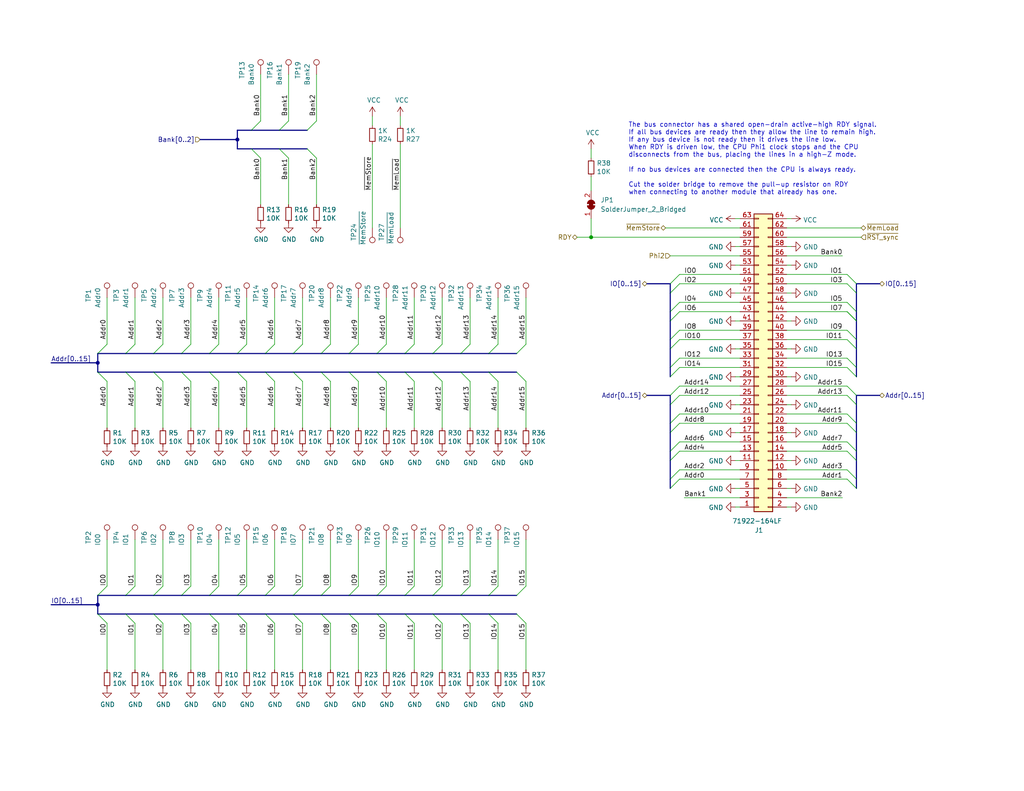
<source format=kicad_sch>
(kicad_sch (version 20250114) (generator "eeschema") (generator_version "9.0")
  (paper "USLetter")
  (title_block (title "System Bus Connector") (date "2023-11-07") (rev "D") (comment 4 "Peripheral devices on separate boards connect to the system bus here."))
  (text "The bus connector has a shared open-drain active-high RDY signal.\nIf all bus devices are ready then they allow the line to remain high.\nIf any bus device is not ready then it drives the line low.\nWhen RDY is driven low, the CPU Phi1 clock stops and the CPU\ndisconnects from the bus, placing the lines in a high-Z mode.\n\nIf no bus devices are connected then the CPU is always ready.\n\nCut the solder bridge to remove the pull-up resistor on RDY\nwhen connecting to another module that already has one." (at 171.45 53.34 0) (effects (font (size 1.27 1.27)) (justify left bottom)))
  (junction (at 161.29 64.77))
  (junction (at 26.67 165.1))
  (junction (at 64.77 38.1))
  (junction (at 26.67 99.06))
  (bus_entry (at 86.36 43.18) (size -2.54 -2.54))
  (bus_entry (at 128.27 160.02) (size -2.54 2.54))
  (bus_entry (at 59.69 160.02) (size -2.54 2.54))
  (bus_entry (at 135.89 170.18) (size -2.54 -2.54))
  (bus_entry (at 185.42 97.79) (size -2.54 2.54))
  (bus_entry (at 231.14 74.93) (size 2.54 2.54))
  (bus_entry (at 71.12 43.18) (size -2.54 -2.54))
  (bus_entry (at 233.68 125.73) (size -2.54 -2.54))
  (bus_entry (at 185.42 105.41) (size -2.54 2.54))
  (bus_entry (at 78.74 33.02) (size -2.54 2.54))
  (bus_entry (at 90.17 93.98) (size -2.54 2.54))
  (bus_entry (at 233.68 115.57) (size -2.54 -2.54))
  (bus_entry (at 185.42 77.47) (size -2.54 2.54))
  (bus_entry (at 185.42 128.27) (size -2.54 2.54))
  (bus_entry (at 82.55 104.14) (size -2.54 -2.54))
  (bus_entry (at 82.55 93.98) (size -2.54 2.54))
  (bus_entry (at 135.89 93.98) (size -2.54 2.54))
  (bus_entry (at 105.41 160.02) (size -2.54 2.54))
  (bus_entry (at 52.07 170.18) (size -2.54 -2.54))
  (bus_entry (at 36.83 104.14) (size -2.54 -2.54))
  (bus_entry (at 90.17 160.02) (size -2.54 2.54))
  (bus_entry (at 29.21 104.14) (size -2.54 -2.54))
  (bus_entry (at 233.68 118.11) (size -2.54 -2.54))
  (bus_entry (at 97.79 104.14) (size -2.54 -2.54))
  (bus_entry (at 78.74 43.18) (size -2.54 -2.54))
  (bus_entry (at 113.03 160.02) (size -2.54 2.54))
  (bus_entry (at 135.89 104.14) (size -2.54 -2.54))
  (bus_entry (at 97.79 170.18) (size -2.54 -2.54))
  (bus_entry (at 231.14 85.09) (size 2.54 2.54))
  (bus_entry (at 52.07 104.14) (size -2.54 -2.54))
  (bus_entry (at 67.31 160.02) (size -2.54 2.54))
  (bus_entry (at 44.45 104.14) (size -2.54 -2.54))
  (bus_entry (at 44.45 93.98) (size -2.54 2.54))
  (bus_entry (at 67.31 93.98) (size -2.54 2.54))
  (bus_entry (at 97.79 93.98) (size -2.54 2.54))
  (bus_entry (at 29.21 93.98) (size -2.54 2.54))
  (bus_entry (at 113.03 170.18) (size -2.54 -2.54))
  (bus_entry (at 44.45 160.02) (size -2.54 2.54))
  (bus_entry (at 185.42 82.55) (size -2.54 2.54))
  (bus_entry (at 128.27 104.14) (size -2.54 -2.54))
  (bus_entry (at 29.21 160.02) (size -2.54 2.54))
  (bus_entry (at 71.12 33.02) (size -2.54 2.54))
  (bus_entry (at 233.68 130.81) (size -2.54 -2.54))
  (bus_entry (at 231.14 85.09) (size 2.54 2.54))
  (bus_entry (at 233.68 110.49) (size -2.54 -2.54))
  (bus_entry (at 36.83 160.02) (size -2.54 2.54))
  (bus_entry (at 231.14 97.79) (size 2.54 2.54))
  (bus_entry (at 185.42 130.81) (size -2.54 2.54))
  (bus_entry (at 74.93 93.98) (size -2.54 2.54))
  (bus_entry (at 185.42 107.95) (size -2.54 2.54))
  (bus_entry (at 143.51 160.02) (size -2.54 2.54))
  (bus_entry (at 59.69 104.14) (size -2.54 -2.54))
  (bus_entry (at 185.42 100.33) (size -2.54 2.54))
  (bus_entry (at 231.14 82.55) (size 2.54 2.54))
  (bus_entry (at 52.07 93.98) (size -2.54 2.54))
  (bus_entry (at 143.51 93.98) (size -2.54 2.54))
  (bus_entry (at 120.65 160.02) (size -2.54 2.54))
  (bus_entry (at 231.14 90.17) (size 2.54 2.54))
  (bus_entry (at 185.42 113.03) (size -2.54 2.54))
  (bus_entry (at 185.42 92.71) (size -2.54 2.54))
  (bus_entry (at 59.69 93.98) (size -2.54 2.54))
  (bus_entry (at 97.79 160.02) (size -2.54 2.54))
  (bus_entry (at 143.51 170.18) (size -2.54 -2.54))
  (bus_entry (at 185.42 120.65) (size -2.54 2.54))
  (bus_entry (at 74.93 104.14) (size -2.54 -2.54))
  (bus_entry (at 90.17 170.18) (size -2.54 -2.54))
  (bus_entry (at 86.36 33.02) (size -2.54 2.54))
  (bus_entry (at 105.41 104.14) (size -2.54 -2.54))
  (bus_entry (at 233.68 133.35) (size -2.54 -2.54))
  (bus_entry (at 82.55 170.18) (size -2.54 -2.54))
  (bus_entry (at 82.55 160.02) (size -2.54 2.54))
  (bus_entry (at 67.31 104.14) (size -2.54 -2.54))
  (bus_entry (at 128.27 170.18) (size -2.54 -2.54))
  (bus_entry (at 59.69 170.18) (size -2.54 -2.54))
  (bus_entry (at 120.65 104.14) (size -2.54 -2.54))
  (bus_entry (at 231.14 100.33) (size 2.54 2.54))
  (bus_entry (at 44.45 170.18) (size -2.54 -2.54))
  (bus_entry (at 233.68 107.95) (size -2.54 -2.54))
  (bus_entry (at 105.41 170.18) (size -2.54 -2.54))
  (bus_entry (at 185.42 90.17) (size -2.54 2.54))
  (bus_entry (at 231.14 77.47) (size 2.54 2.54))
  (bus_entry (at 185.42 123.19) (size -2.54 2.54))
  (bus_entry (at 185.42 115.57) (size -2.54 2.54))
  (bus_entry (at 231.14 92.71) (size 2.54 2.54))
  (bus_entry (at 135.89 160.02) (size -2.54 2.54))
  (bus_entry (at 233.68 123.19) (size -2.54 -2.54))
  (bus_entry (at 52.07 160.02) (size -2.54 2.54))
  (bus_entry (at 67.31 170.18) (size -2.54 -2.54))
  (bus_entry (at 74.93 160.02) (size -2.54 2.54))
  (bus_entry (at 113.03 104.14) (size -2.54 -2.54))
  (bus_entry (at 128.27 93.98) (size -2.54 2.54))
  (bus_entry (at 36.83 170.18) (size -2.54 -2.54))
  (bus_entry (at 90.17 104.14) (size -2.54 -2.54))
  (bus_entry (at 29.21 170.18) (size -2.54 -2.54))
  (bus_entry (at 185.42 85.09) (size -2.54 2.54))
  (bus_entry (at 120.65 93.98) (size -2.54 2.54))
  (bus_entry (at 105.41 93.98) (size -2.54 2.54))
  (bus_entry (at 36.83 93.98) (size -2.54 2.54))
  (bus_entry (at 113.03 93.98) (size -2.54 2.54))
  (bus_entry (at 185.42 74.93) (size -2.54 2.54))
  (bus_entry (at 143.51 104.14) (size -2.54 -2.54))
  (bus_entry (at 120.65 170.18) (size -2.54 -2.54))
  (bus_entry (at 74.93 170.18) (size -2.54 -2.54))
  (bus (pts (xy 102.87 167.64) (xy 110.49 167.64)))
  (bus (pts (xy 57.15 162.56) (xy 64.77 162.56)))
  (bus (pts (xy 110.49 101.6) (xy 118.11 101.6)))
  (wire (pts (xy 185.42 113.03) (xy 201.93 113.03)))
  (bus (pts (xy 233.68 125.73) (xy 233.68 130.81)))
  (wire (pts (xy 215.9 95.25) (xy 214.63 95.25)))
  (bus (pts (xy 182.88 80.01) (xy 182.88 85.09)))
  (wire (pts (xy 214.63 100.33) (xy 231.14 100.33)))
  (wire (pts (xy 113.03 93.98) (xy 113.03 81.28)))
  (wire (pts (xy 214.63 97.79) (xy 231.14 97.79)))
  (bus (pts (xy 182.88 92.71) (xy 182.88 95.25)))
  (wire (pts (xy 231.14 120.65) (xy 214.63 120.65)))
  (bus (pts (xy 54.61 38.1) (xy 64.77 38.1)))
  (wire (pts (xy 59.69 104.14) (xy 59.69 116.84)))
  (bus (pts (xy 26.67 167.64) (xy 34.29 167.64)))
  (wire (pts (xy 186.69 135.89) (xy 201.93 135.89)))
  (bus (pts (xy 87.63 167.64) (xy 95.25 167.64)))
  (bus (pts (xy 133.35 96.52) (xy 140.97 96.52)))
  (bus (pts (xy 68.58 35.56) (xy 64.77 35.56)))
  (wire (pts (xy 97.79 160.02) (xy 97.79 147.32)))
  (bus (pts (xy 182.88 115.57) (xy 182.88 118.11)))
  (bus (pts (xy 233.68 107.95) (xy 233.68 110.49)))
  (bus (pts (xy 64.77 96.52) (xy 72.39 96.52)))
  (wire (pts (xy 71.12 43.18) (xy 71.12 55.88)))
  (bus (pts (xy 26.67 101.6) (xy 26.67 99.06)))
  (wire (pts (xy 135.89 160.02) (xy 135.89 147.32)))
  (bus (pts (xy 118.11 101.6) (xy 125.73 101.6)))
  (wire (pts (xy 101.6 62.23) (xy 101.6 39.37)))
  (wire (pts (xy 185.42 77.47) (xy 201.93 77.47)))
  (wire (pts (xy 161.29 48.26) (xy 161.29 52.07)))
  (wire (pts (xy 113.03 104.14) (xy 113.03 116.84)))
  (bus (pts (xy 233.68 130.81) (xy 233.68 133.35)))
  (bus (pts (xy 64.77 35.56) (xy 64.77 38.1)))
  (wire (pts (xy 90.17 160.02) (xy 90.17 147.32)))
  (wire (pts (xy 200.66 59.69) (xy 201.93 59.69)))
  (bus (pts (xy 233.68 118.11) (xy 233.68 123.19)))
  (wire (pts (xy 97.79 170.18) (xy 97.79 182.88)))
  (bus (pts (xy 80.01 96.52) (xy 87.63 96.52)))
  (wire (pts (xy 82.55 160.02) (xy 82.55 147.32)))
  (wire (pts (xy 161.29 40.64) (xy 161.29 43.18)))
  (bus (pts (xy 80.01 167.64) (xy 87.63 167.64)))
  (bus (pts (xy 182.88 130.81) (xy 182.88 133.35)))
  (wire (pts (xy 215.9 118.11) (xy 214.63 118.11)))
  (wire (pts (xy 90.17 93.98) (xy 90.17 81.28)))
  (wire (pts (xy 105.41 160.02) (xy 105.41 147.32)))
  (bus (pts (xy 64.77 38.1) (xy 64.77 40.64)))
  (bus (pts (xy 41.91 101.6) (xy 49.53 101.6)))
  (bus (pts (xy 41.91 96.52) (xy 49.53 96.52)))
  (bus (pts (xy 49.53 167.64) (xy 57.15 167.64)))
  (wire (pts (xy 185.42 115.57) (xy 201.93 115.57)))
  (bus (pts (xy 49.53 162.56) (xy 57.15 162.56)))
  (bus (pts (xy 240.03 107.95) (xy 233.68 107.95)))
  (wire (pts (xy 185.42 92.71) (xy 201.93 92.71)))
  (wire (pts (xy 128.27 160.02) (xy 128.27 147.32)))
  (wire (pts (xy 90.17 104.14) (xy 90.17 116.84)))
  (wire (pts (xy 200.66 125.73) (xy 201.93 125.73)))
  (bus (pts (xy 76.2 40.64) (xy 83.82 40.64)))
  (wire (pts (xy 200.66 110.49) (xy 201.93 110.49)))
  (wire (pts (xy 185.42 97.79) (xy 201.93 97.79)))
  (wire (pts (xy 185.42 82.55) (xy 201.93 82.55)))
  (bus (pts (xy 26.67 99.06) (xy 26.67 96.52)))
  (wire (pts (xy 185.42 74.93) (xy 201.93 74.93)))
  (bus (pts (xy 240.03 77.47) (xy 233.68 77.47)))
  (bus (pts (xy 182.88 87.63) (xy 182.88 92.71)))
  (wire (pts (xy 120.65 93.98) (xy 120.65 81.28)))
  (wire (pts (xy 29.21 160.02) (xy 29.21 147.32)))
  (bus (pts (xy 80.01 162.56) (xy 87.63 162.56)))
  (bus (pts (xy 233.68 92.71) (xy 233.68 95.25)))
  (wire (pts (xy 74.93 170.18) (xy 74.93 182.88)))
  (wire (pts (xy 29.21 170.18) (xy 29.21 182.88)))
  (bus (pts (xy 182.88 85.09) (xy 182.88 87.63)))
  (bus (pts (xy 182.88 125.73) (xy 182.88 130.81)))
  (bus (pts (xy 102.87 162.56) (xy 110.49 162.56)))
  (wire (pts (xy 97.79 104.14) (xy 97.79 116.84)))
  (wire (pts (xy 52.07 170.18) (xy 52.07 182.88)))
  (bus (pts (xy 176.53 107.95) (xy 182.88 107.95)))
  (bus (pts (xy 95.25 96.52) (xy 102.87 96.52)))
  (bus (pts (xy 57.15 96.52) (xy 64.77 96.52)))
  (bus (pts (xy 125.73 167.64) (xy 133.35 167.64)))
  (wire (pts (xy 44.45 160.02) (xy 44.45 147.32)))
  (wire (pts (xy 182.88 69.85) (xy 201.93 69.85)))
  (wire (pts (xy 128.27 104.14) (xy 128.27 116.84)))
  (wire (pts (xy 231.14 130.81) (xy 214.63 130.81)))
  (wire (pts (xy 201.93 120.65) (xy 185.42 120.65)))
  (wire (pts (xy 200.66 138.43) (xy 201.93 138.43)))
  (wire (pts (xy 200.66 118.11) (xy 201.93 118.11)))
  (wire (pts (xy 44.45 170.18) (xy 44.45 182.88)))
  (wire (pts (xy 200.66 80.01) (xy 201.93 80.01)))
  (bus (pts (xy 64.77 162.56) (xy 72.39 162.56)))
  (bus (pts (xy 233.68 95.25) (xy 233.68 100.33)))
  (wire (pts (xy 67.31 160.02) (xy 67.31 147.32)))
  (wire (pts (xy 214.63 113.03) (xy 231.14 113.03)))
  (wire (pts (xy 52.07 160.02) (xy 52.07 147.32)))
  (wire (pts (xy 82.55 170.18) (xy 82.55 182.88)))
  (bus (pts (xy 118.11 167.64) (xy 125.73 167.64)))
  (wire (pts (xy 157.48 64.77) (xy 161.29 64.77)))
  (bus (pts (xy 182.88 95.25) (xy 182.88 100.33)))
  (wire (pts (xy 143.51 160.02) (xy 143.51 147.32)))
  (bus (pts (xy 13.97 165.1) (xy 26.67 165.1)))
  (wire (pts (xy 215.9 102.87) (xy 214.63 102.87)))
  (bus (pts (xy 233.68 115.57) (xy 233.68 118.11)))
  (bus (pts (xy 57.15 167.64) (xy 64.77 167.64)))
  (wire (pts (xy 215.9 80.01) (xy 214.63 80.01)))
  (wire (pts (xy 214.63 123.19) (xy 231.14 123.19)))
  (wire (pts (xy 200.66 95.25) (xy 201.93 95.25)))
  (bus (pts (xy 26.67 96.52) (xy 34.29 96.52)))
  (bus (pts (xy 34.29 162.56) (xy 41.91 162.56)))
  (bus (pts (xy 233.68 110.49) (xy 233.68 115.57)))
  (bus (pts (xy 176.53 77.47) (xy 182.88 77.47)))
  (bus (pts (xy 125.73 96.52) (xy 133.35 96.52)))
  (wire (pts (xy 231.14 105.41) (xy 214.63 105.41)))
  (wire (pts (xy 113.03 170.18) (xy 113.03 182.88)))
  (wire (pts (xy 36.83 160.02) (xy 36.83 147.32)))
  (wire (pts (xy 185.42 105.41) (xy 201.93 105.41)))
  (wire (pts (xy 214.63 85.09) (xy 231.14 85.09)))
  (wire (pts (xy 200.66 133.35) (xy 201.93 133.35)))
  (bus (pts (xy 26.67 101.6) (xy 34.29 101.6)))
  (wire (pts (xy 231.14 128.27) (xy 214.63 128.27)))
  (bus (pts (xy 95.25 167.64) (xy 102.87 167.64)))
  (wire (pts (xy 214.63 90.17) (xy 231.14 90.17)))
  (wire (pts (xy 120.65 170.18) (xy 120.65 182.88)))
  (bus (pts (xy 182.88 107.95) (xy 182.88 110.49)))
  (bus (pts (xy 76.2 35.56) (xy 68.58 35.56)))
  (wire (pts (xy 231.14 107.95) (xy 214.63 107.95)))
  (wire (pts (xy 59.69 170.18) (xy 59.69 182.88)))
  (wire (pts (xy 185.42 90.17) (xy 201.93 90.17)))
  (wire (pts (xy 67.31 170.18) (xy 67.31 182.88)))
  (bus (pts (xy 72.39 96.52) (xy 80.01 96.52)))
  (bus (pts (xy 110.49 162.56) (xy 118.11 162.56)))
  (bus (pts (xy 110.49 167.64) (xy 118.11 167.64)))
  (wire (pts (xy 78.74 43.18) (xy 78.74 55.88)))
  (wire (pts (xy 214.63 59.69) (xy 215.9 59.69)))
  (bus (pts (xy 87.63 96.52) (xy 95.25 96.52)))
  (wire (pts (xy 231.14 74.93) (xy 214.63 74.93)))
  (wire (pts (xy 105.41 104.14) (xy 105.41 116.84)))
  (wire (pts (xy 82.55 104.14) (xy 82.55 116.84)))
  (wire (pts (xy 74.93 104.14) (xy 74.93 116.84)))
  (wire (pts (xy 200.66 67.31) (xy 201.93 67.31)))
  (wire (pts (xy 185.42 128.27) (xy 201.93 128.27)))
  (bus (pts (xy 49.53 96.52) (xy 57.15 96.52)))
  (bus (pts (xy 13.97 99.06) (xy 26.67 99.06)))
  (wire (pts (xy 181.61 62.23) (xy 201.93 62.23)))
  (bus (pts (xy 83.82 35.56) (xy 76.2 35.56)))
  (wire (pts (xy 215.9 67.31) (xy 214.63 67.31)))
  (bus (pts (xy 233.68 100.33) (xy 233.68 102.87)))
  (wire (pts (xy 36.83 170.18) (xy 36.83 182.88)))
  (wire (pts (xy 214.63 92.71) (xy 231.14 92.71)))
  (bus (pts (xy 34.29 167.64) (xy 41.91 167.64)))
  (wire (pts (xy 135.89 104.14) (xy 135.89 116.84)))
  (wire (pts (xy 143.51 104.14) (xy 143.51 116.84)))
  (bus (pts (xy 72.39 162.56) (xy 80.01 162.56)))
  (wire (pts (xy 200.66 87.63) (xy 201.93 87.63)))
  (wire (pts (xy 215.9 87.63) (xy 214.63 87.63)))
  (wire (pts (xy 59.69 160.02) (xy 59.69 147.32)))
  (bus (pts (xy 26.67 167.64) (xy 26.67 165.1)))
  (bus (pts (xy 118.11 96.52) (xy 125.73 96.52)))
  (wire (pts (xy 201.93 130.81) (xy 185.42 130.81)))
  (bus (pts (xy 233.68 77.47) (xy 233.68 80.01)))
  (wire (pts (xy 82.55 93.98) (xy 82.55 81.28)))
  (bus (pts (xy 118.11 162.56) (xy 125.73 162.56)))
  (bus (pts (xy 182.88 100.33) (xy 182.88 102.87)))
  (wire (pts (xy 71.12 33.02) (xy 71.12 20.32)))
  (wire (pts (xy 101.6 31.75) (xy 101.6 34.29)))
  (bus (pts (xy 133.35 167.64) (xy 140.97 167.64)))
  (wire (pts (xy 36.83 104.14) (xy 36.83 116.84)))
  (bus (pts (xy 34.29 101.6) (xy 41.91 101.6)))
  (wire (pts (xy 97.79 93.98) (xy 97.79 81.28)))
  (wire (pts (xy 143.51 93.98) (xy 143.51 81.28)))
  (bus (pts (xy 72.39 101.6) (xy 80.01 101.6)))
  (wire (pts (xy 128.27 170.18) (xy 128.27 182.88)))
  (wire (pts (xy 128.27 93.98) (xy 128.27 81.28)))
  (bus (pts (xy 34.29 96.52) (xy 41.91 96.52)))
  (wire (pts (xy 109.22 31.75) (xy 109.22 34.29)))
  (wire (pts (xy 214.63 64.77) (xy 234.95 64.77)))
  (bus (pts (xy 102.87 96.52) (xy 110.49 96.52)))
  (wire (pts (xy 113.03 160.02) (xy 113.03 147.32)))
  (bus (pts (xy 64.77 101.6) (xy 72.39 101.6)))
  (bus (pts (xy 182.88 110.49) (xy 182.88 115.57)))
  (bus (pts (xy 87.63 101.6) (xy 95.25 101.6)))
  (bus (pts (xy 133.35 162.56) (xy 140.97 162.56)))
  (wire (pts (xy 67.31 104.14) (xy 67.31 116.84)))
  (wire (pts (xy 120.65 160.02) (xy 120.65 147.32)))
  (wire (pts (xy 234.95 62.23) (xy 214.63 62.23)))
  (bus (pts (xy 125.73 101.6) (xy 133.35 101.6)))
  (wire (pts (xy 44.45 93.98) (xy 44.45 81.28)))
  (wire (pts (xy 215.9 125.73) (xy 214.63 125.73)))
  (bus (pts (xy 110.49 96.52) (xy 118.11 96.52)))
  (wire (pts (xy 200.66 102.87) (xy 201.93 102.87)))
  (wire (pts (xy 185.42 123.19) (xy 201.93 123.19)))
  (bus (pts (xy 41.91 167.64) (xy 49.53 167.64)))
  (wire (pts (xy 201.93 107.95) (xy 185.42 107.95)))
  (bus (pts (xy 233.68 87.63) (xy 233.68 92.71)))
  (bus (pts (xy 49.53 101.6) (xy 57.15 101.6)))
  (bus (pts (xy 72.39 167.64) (xy 80.01 167.64)))
  (bus (pts (xy 57.15 101.6) (xy 64.77 101.6)))
  (wire (pts (xy 74.93 93.98) (xy 74.93 81.28)))
  (bus (pts (xy 233.68 85.09) (xy 233.68 87.63)))
  (bus (pts (xy 233.68 80.01) (xy 233.68 85.09)))
  (bus (pts (xy 26.67 165.1) (xy 26.67 162.56)))
  (wire (pts (xy 86.36 43.18) (xy 86.36 55.88)))
  (wire (pts (xy 231.14 115.57) (xy 214.63 115.57)))
  (bus (pts (xy 102.87 101.6) (xy 110.49 101.6)))
  (bus (pts (xy 64.77 167.64) (xy 72.39 167.64)))
  (wire (pts (xy 135.89 170.18) (xy 135.89 182.88)))
  (bus (pts (xy 133.35 101.6) (xy 140.97 101.6)))
  (bus (pts (xy 80.01 101.6) (xy 87.63 101.6)))
  (wire (pts (xy 143.51 170.18) (xy 143.51 182.88)))
  (bus (pts (xy 95.25 101.6) (xy 102.87 101.6)))
  (wire (pts (xy 36.83 93.98) (xy 36.83 81.28)))
  (wire (pts (xy 215.9 72.39) (xy 214.63 72.39)))
  (wire (pts (xy 185.42 100.33) (xy 201.93 100.33)))
  (wire (pts (xy 214.63 82.55) (xy 231.14 82.55)))
  (wire (pts (xy 215.9 138.43) (xy 214.63 138.43)))
  (wire (pts (xy 44.45 104.14) (xy 44.45 116.84)))
  (bus (pts (xy 41.91 162.56) (xy 49.53 162.56)))
  (wire (pts (xy 109.22 62.23) (xy 109.22 39.37)))
  (wire (pts (xy 231.14 77.47) (xy 214.63 77.47)))
  (wire (pts (xy 105.41 93.98) (xy 105.41 81.28)))
  (wire (pts (xy 120.65 104.14) (xy 120.65 116.84)))
  (wire (pts (xy 135.89 93.98) (xy 135.89 81.28)))
  (wire (pts (xy 67.31 93.98) (xy 67.31 81.28)))
  (bus (pts (xy 26.67 162.56) (xy 34.29 162.56)))
  (wire (pts (xy 29.21 93.98) (xy 29.21 81.28)))
  (wire (pts (xy 52.07 93.98) (xy 52.07 81.28)))
  (wire (pts (xy 105.41 170.18) (xy 105.41 182.88)))
  (bus (pts (xy 182.88 118.11) (xy 182.88 123.19)))
  (wire (pts (xy 86.36 33.02) (xy 86.36 20.32)))
  (wire (pts (xy 185.42 85.09) (xy 201.93 85.09)))
  (wire (pts (xy 161.29 64.77) (xy 201.93 64.77)))
  (wire (pts (xy 90.17 170.18) (xy 90.17 182.88)))
  (bus (pts (xy 95.25 162.56) (xy 102.87 162.56)))
  (bus (pts (xy 87.63 162.56) (xy 95.25 162.56)))
  (bus (pts (xy 68.58 40.64) (xy 76.2 40.64)))
  (wire (pts (xy 161.29 59.69) (xy 161.29 64.77)))
  (bus (pts (xy 125.73 162.56) (xy 133.35 162.56)))
  (wire (pts (xy 52.07 104.14) (xy 52.07 116.84)))
  (wire (pts (xy 215.9 133.35) (xy 214.63 133.35)))
  (wire (pts (xy 29.21 104.14) (xy 29.21 116.84)))
  (wire (pts (xy 215.9 110.49) (xy 214.63 110.49)))
  (wire (pts (xy 78.74 33.02) (xy 78.74 20.32)))
  (wire (pts (xy 229.87 135.89) (xy 214.63 135.89)))
  (wire (pts (xy 59.69 93.98) (xy 59.69 81.28)))
  (bus (pts (xy 182.88 77.47) (xy 182.88 80.01)))
  (bus (pts (xy 182.88 123.19) (xy 182.88 125.73)))
  (bus (pts (xy 233.68 123.19) (xy 233.68 125.73)))
  (wire (pts (xy 200.66 72.39) (xy 201.93 72.39)))
  (wire (pts (xy 74.93 160.02) (xy 74.93 147.32)))
  (bus (pts (xy 64.77 40.64) (xy 68.58 40.64)))
  (wire (pts (xy 229.87 69.85) (xy 214.63 69.85)))
  (label "Addr8" (at 90.17 92.71 90))
  (label "Addr0" (at 29.21 105.41 270))
  (label "Bank0" (at 229.87 69.85 180))
  (label "IO5" (at 67.31 170.18 270))
  (label "Addr10" (at 105.41 105.41 270))
  (label "Addr13" (at 128.27 92.71 90))
  (label "IO11" (at 113.03 160.02 90))
  (label "Bank1" (at 186.69 135.89 0))
  (label "IO0" (at 29.21 170.18 270))
  (label "Addr13" (at 229.87 107.95 180))
  (label "Addr15" (at 143.51 92.71 90))
  (label "IO9" (at 97.79 170.18 270))
  (label "Addr15" (at 143.51 105.41 270))
  (label "Bank0" (at 71.12 43.18 270))
  (label "Bank2" (at 86.36 31.75 90))
  (label "Addr2" (at 44.45 105.41 270))
  (label "Addr5" (at 67.31 105.41 270))
  (label "IO1" (at 36.83 160.02 90))
  (label "Addr13" (at 128.27 105.41 270))
  (label "Addr7" (at 82.55 92.71 90))
  (label "Addr3" (at 52.07 92.71 90))
  (label "Addr10" (at 105.41 92.71 90))
  (label "Addr11" (at 113.03 105.41 270))
  (label "Addr6" (at 74.93 92.71 90))
  (label "IO8" (at 90.17 170.18 270))
  (label "Addr4" (at 186.69 123.19 0))
  (label "IO10" (at 186.69 92.71 0))
  (label "IO6" (at 186.69 85.09 0))
  (label "IO15" (at 143.51 170.18 270))
  (label "IO6" (at 74.93 170.18 270))
  (label "Addr4" (at 59.69 105.41 270))
  (label "Bank2" (at 229.87 135.89 180))
  (label "IO7" (at 82.55 160.02 90))
  (label "Addr14" (at 135.89 105.41 270))
  (label "Addr8" (at 186.69 115.57 0))
  (label "Addr7" (at 229.87 120.65 180))
  (label "IO7" (at 229.87 85.09 180))
  (label "Addr3" (at 52.07 105.41 270))
  (label "Addr7" (at 82.55 105.41 270))
  (label "Addr1" (at 229.87 130.81 180))
  (label "Addr6" (at 74.93 105.41 270))
  (label "IO7" (at 82.55 170.18 270))
  (label "Addr5" (at 229.87 123.19 180))
  (label "IO1" (at 36.83 170.18 270))
  (label "IO0" (at 186.69 74.93 0))
  (label "IO0" (at 29.21 160.02 90))
  (label "Addr15" (at 229.87 105.41 180))
  (label "~{MemStore}" (at 101.6 52.07 90))
  (label "Addr14" (at 186.69 105.41 0))
  (label "Addr9" (at 229.87 115.57 180))
  (label "IO13" (at 128.27 170.18 270))
  (label "IO11" (at 113.03 170.18 270))
  (label "IO5" (at 229.87 82.55 180))
  (label "Addr9" (at 97.79 105.41 270))
  (label "Addr5" (at 67.31 92.71 90))
  (label "IO6" (at 74.93 160.02 90))
  (label "IO9" (at 97.79 160.02 90))
  (label "IO4" (at 59.69 160.02 90))
  (label "IO15" (at 229.87 100.33 180))
  (label "Addr12" (at 186.69 107.95 0))
  (label "IO12" (at 120.65 160.02 90))
  (label "Addr0" (at 186.69 130.81 0))
  (label "IO2" (at 186.69 77.47 0))
  (label "IO9" (at 229.87 90.17 180))
  (label "IO14" (at 135.89 160.02 90))
  (label "IO11" (at 229.87 92.71 180))
  (label "Bank1" (at 78.74 43.18 270))
  (label "Addr2" (at 44.45 92.71 90))
  (label "IO2" (at 44.45 160.02 90))
  (label "IO10" (at 105.41 170.18 270))
  (label "Addr8" (at 90.17 105.41 270))
  (label "Addr6" (at 186.69 120.65 0))
  (label "IO3" (at 52.07 160.02 90))
  (label "Addr12" (at 120.65 92.71 90))
  (label "IO13" (at 229.87 97.79 180))
  (label "Addr4" (at 59.69 92.71 90))
  (label "Addr11" (at 113.03 92.71 90))
  (label "IO10" (at 105.41 160.02 90))
  (label "IO4" (at 186.69 82.55 0))
  (label "IO3" (at 229.87 77.47 180))
  (label "IO8" (at 186.69 90.17 0))
  (label "Addr14" (at 135.89 92.71 90))
  (label "~{MemLoad}" (at 109.22 52.07 90))
  (label "IO14" (at 186.69 100.33 0))
  (label "Bank2" (at 86.36 43.18 270))
  (label "Addr12" (at 120.65 105.41 270))
  (label "Addr[0..15]" (at 13.97 99.06 0))
  (label "IO15" (at 143.51 160.02 90))
  (label "Addr0" (at 29.21 92.71 90))
  (label "IO4" (at 59.69 170.18 270))
  (label "Addr10" (at 186.69 113.03 0))
  (label "IO2" (at 44.45 170.18 270))
  (label "IO8" (at 90.17 160.02 90))
  (label "Bank0" (at 71.12 31.75 90))
  (label "IO14" (at 135.89 170.18 270))
  (label "Addr3" (at 229.87 128.27 180))
  (label "IO12" (at 120.65 170.18 270))
  (label "IO5" (at 67.31 160.02 90))
  (label "IO[0..15]" (at 13.97 165.1 0))
  (label "Addr1" (at 36.83 92.71 90))
  (label "IO3" (at 52.07 170.18 270))
  (label "IO12" (at 186.69 97.79 0))
  (label "Bank1" (at 78.74 31.75 90))
  (label "Addr2" (at 186.69 128.27 0))
  (label "Addr1" (at 36.83 105.41 270))
  (label "Addr11" (at 229.87 113.03 180))
  (label "Addr9" (at 97.79 92.71 90))
  (label "IO1" (at 229.87 74.93 180))
  (label "IO13" (at 128.27 160.02 90))
  (hierarchical_label "~{MemStore}" (shape tri_state) (at 181.61 62.23 180))
  (hierarchical_label "Bank[0..2]" (shape input) (at 54.61 38.1 180))
  (hierarchical_label "~{RST_sync}" (shape input) (at 234.95 64.77 0))
  (hierarchical_label "RDY" (shape bidirectional) (at 157.48 64.77 180))
  (hierarchical_label "IO[0..15]" (shape tri_state) (at 240.03 77.47 0))
  (hierarchical_label "Addr[0..15]" (shape tri_state) (at 176.53 107.95 180))
  (hierarchical_label "~{MemLoad}" (shape tri_state) (at 234.95 62.23 0))
  (hierarchical_label "IO[0..15]" (shape tri_state) (at 176.53 77.47 180))
  (hierarchical_label "Addr[0..15]" (shape tri_state) (at 240.03 107.95 0))
  (hierarchical_label "Phi2" (shape input) (at 182.88 69.85 180))
  (symbol (lib_id "Connector_Generic:Conn_02x32_Odd_Even") (at 207.01 100.33 0) (mirror x) (unit 1)
    (property "Reference" "J1" (at 208.28 144.78 0) (effects (justify right)))
    (property "Value" "71922-164LF" (at 213.36 142.24 0) (effects (justify right)))
    (property "Footprint" "Connector_IDC:IDC-Header_2x32_P2.54mm_Horizontal" (effects (hide yes)))
    (property "Mouser" "https://www.mouser.com/ProductDetail/Amphenol-FCI/71922-164LF?qs=sGAEpiMZZMtXHE36kCvv3%2FocQ30y1qC0" (effects (hide yes)))
  )
  (symbol (lib_id "power:GND") (at 215.9 133.35 90) (mirror x) (unit 1)
    (property "Reference" "#PWR067" (effects (hide yes)))
    (property "Value" "GND" (at 219.1512 133.477 90) (effects (justify right)))
  )
  (symbol (lib_id "power:GND") (at 200.66 67.31 270) (unit 1)
    (property "Reference" "#PWR046" (effects (hide yes)))
    (property "Value" "GND" (at 197.4088 67.437 90) (effects (justify right)))
  )
  (symbol (lib_id "power:VCC") (at 161.29 40.64 0) (unit 1)
    (property "Reference" "#PWR044" (effects (hide yes)))
    (property "Value" "VCC" (at 161.7218 36.2458 0))
  )
  (symbol (lib_id "Device:R_Small") (at 161.29 45.72 0) (unit 1)
    (property "Reference" "R38" (at 162.7886 44.5516 0) (effects (justify left)))
    (property "Value" "10K" (at 162.7886 46.863 0) (effects (justify left)))
    (property "Footprint" "Resistor_SMD:R_0603_1608Metric_Pad0.98x0.95mm_HandSolder" (effects (hide yes)))
    (property "Mouser" "https://www.mouser.com/ProductDetail/652-CR0603FX-1002ELF" (effects (hide yes)))
  )
  (symbol (lib_id "power:GND") (at 215.9 80.01 90) (mirror x) (unit 1)
    (property "Reference" "#PWR060" (effects (hide yes)))
    (property "Value" "GND" (at 219.1512 80.137 90) (effects (justify right)))
  )
  (symbol (lib_id "power:GND") (at 200.66 80.01 270) (unit 1)
    (property "Reference" "#PWR048" (effects (hide yes)))
    (property "Value" "GND" (at 197.4088 80.137 90) (effects (justify right)))
  )
  (symbol (lib_id "power:VCC") (at 215.9 59.69 270) (unit 1)
    (property "Reference" "#PWR057" (effects (hide yes)))
    (property "Value" "VCC" (at 219.1512 60.071 90) (effects (justify left)))
  )
  (symbol (lib_id "power:VCC") (at 200.66 59.69 90) (mirror x) (unit 1)
    (property "Reference" "#PWR045" (effects (hide yes)))
    (property "Value" "VCC" (at 197.4342 60.071 90) (effects (justify left)))
  )
  (symbol (lib_id "power:GND") (at 71.12 60.96 0) (unit 1)
    (property "Reference" "#PWR019" (effects (hide yes)))
    (property "Value" "GND" (at 71.247 65.3542 0))
  )
  (symbol (lib_id "power:GND") (at 78.74 60.96 0) (unit 1)
    (property "Reference" "#PWR022" (effects (hide yes)))
    (property "Value" "GND" (at 78.867 65.3542 0))
  )
  (symbol (lib_id "power:GND") (at 86.36 60.96 0) (unit 1)
    (property "Reference" "#PWR025" (effects (hide yes)))
    (property "Value" "GND" (at 86.487 65.3542 0))
  )
  (symbol (lib_id "Device:R_Small") (at 71.12 58.42 0) (unit 1)
    (property "Reference" "R13" (at 72.6186 57.2516 0) (effects (justify left)))
    (property "Value" "10K" (at 72.6186 59.563 0) (effects (justify left)))
    (property "Footprint" "Resistor_SMD:R_0603_1608Metric_Pad0.98x0.95mm_HandSolder" (effects (hide yes)))
    (property "Mouser" "https://www.mouser.com/ProductDetail/652-CR0603FX-1002ELF" (effects (hide yes)))
  )
  (symbol (lib_id "Device:R_Small") (at 78.74 58.42 0) (unit 1)
    (property "Reference" "R16" (at 80.2386 57.2516 0) (effects (justify left)))
    (property "Value" "10K" (at 80.2386 59.563 0) (effects (justify left)))
    (property "Footprint" "Resistor_SMD:R_0603_1608Metric_Pad0.98x0.95mm_HandSolder" (effects (hide yes)))
    (property "Mouser" "https://www.mouser.com/ProductDetail/652-CR0603FX-1002ELF" (effects (hide yes)))
  )
  (symbol (lib_id "Device:R_Small") (at 86.36 58.42 0) (unit 1)
    (property "Reference" "R19" (at 87.8586 57.2516 0) (effects (justify left)))
    (property "Value" "10K" (at 87.8586 59.563 0) (effects (justify left)))
    (property "Footprint" "Resistor_SMD:R_0603_1608Metric_Pad0.98x0.95mm_HandSolder" (effects (hide yes)))
    (property "Mouser" "https://www.mouser.com/ProductDetail/652-CR0603FX-1002ELF" (effects (hide yes)))
  )
  (symbol (lib_id "power:GND") (at 200.66 118.11 270) (unit 1)
    (property "Reference" "#PWR053" (effects (hide yes)))
    (property "Value" "GND" (at 197.4088 118.237 90) (effects (justify right)))
  )
  (symbol (lib_id "power:GND") (at 200.66 133.35 270) (unit 1)
    (property "Reference" "#PWR055" (effects (hide yes)))
    (property "Value" "GND" (at 197.4088 133.477 90) (effects (justify right)))
  )
  (symbol (lib_id "power:GND") (at 200.66 110.49 270) (unit 1)
    (property "Reference" "#PWR052" (effects (hide yes)))
    (property "Value" "GND" (at 197.4088 110.617 90) (effects (justify right)))
  )
  (symbol (lib_id "power:GND") (at 215.9 87.63 90) (mirror x) (unit 1)
    (property "Reference" "#PWR061" (effects (hide yes)))
    (property "Value" "GND" (at 219.1512 87.757 90) (effects (justify right)))
  )
  (symbol (lib_id "power:GND") (at 200.66 87.63 270) (unit 1)
    (property "Reference" "#PWR049" (effects (hide yes)))
    (property "Value" "GND" (at 197.4088 87.757 90) (effects (justify right)))
  )
  (symbol (lib_id "power:GND") (at 200.66 125.73 270) (unit 1)
    (property "Reference" "#PWR054" (effects (hide yes)))
    (property "Value" "GND" (at 197.4088 125.857 90) (effects (justify right)))
  )
  (symbol (lib_id "power:GND") (at 215.9 67.31 90) (mirror x) (unit 1)
    (property "Reference" "#PWR058" (effects (hide yes)))
    (property "Value" "GND" (at 219.1512 67.437 90) (effects (justify right)))
  )
  (symbol (lib_id "power:GND") (at 215.9 110.49 90) (mirror x) (unit 1)
    (property "Reference" "#PWR064" (effects (hide yes)))
    (property "Value" "GND" (at 219.1512 110.617 90) (effects (justify right)))
  )
  (symbol (lib_id "power:GND") (at 215.9 118.11 90) (mirror x) (unit 1)
    (property "Reference" "#PWR065" (effects (hide yes)))
    (property "Value" "GND" (at 219.1512 118.237 90) (effects (justify right)))
  )
  (symbol (lib_id "power:GND") (at 215.9 125.73 90) (mirror x) (unit 1)
    (property "Reference" "#PWR066" (effects (hide yes)))
    (property "Value" "GND" (at 219.1512 125.857 90) (effects (justify right)))
  )
  (symbol (lib_id "power:GND") (at 200.66 72.39 270) (unit 1)
    (property "Reference" "#PWR047" (effects (hide yes)))
    (property "Value" "GND" (at 197.4088 72.517 90) (effects (justify right)))
  )
  (symbol (lib_id "power:GND") (at 215.9 72.39 90) (mirror x) (unit 1)
    (property "Reference" "#PWR059" (effects (hide yes)))
    (property "Value" "GND" (at 219.1512 72.517 90) (effects (justify right)))
  )
  (symbol (lib_id "power:GND") (at 200.66 95.25 270) (unit 1)
    (property "Reference" "#PWR050" (effects (hide yes)))
    (property "Value" "GND" (at 197.4088 95.377 90) (effects (justify right)))
  )
  (symbol (lib_id "power:GND") (at 200.66 102.87 270) (unit 1)
    (property "Reference" "#PWR051" (effects (hide yes)))
    (property "Value" "GND" (at 197.4088 102.997 90) (effects (justify right)))
  )
  (symbol (lib_id "power:GND") (at 215.9 95.25 90) (mirror x) (unit 1)
    (property "Reference" "#PWR062" (effects (hide yes)))
    (property "Value" "GND" (at 219.1512 95.377 90) (effects (justify right)))
  )
  (symbol (lib_id "power:GND") (at 215.9 102.87 90) (mirror x) (unit 1)
    (property "Reference" "#PWR063" (effects (hide yes)))
    (property "Value" "GND" (at 219.1512 102.997 90) (effects (justify right)))
  )
  (symbol (lib_id "power:GND") (at 215.9 138.43 90) (mirror x) (unit 1)
    (property "Reference" "#PWR068" (effects (hide yes)))
    (property "Value" "GND" (at 219.1512 138.557 90) (effects (justify right)))
  )
  (symbol (lib_id "power:GND") (at 200.66 138.43 270) (unit 1)
    (property "Reference" "#PWR056" (effects (hide yes)))
    (property "Value" "GND" (at 197.4088 138.557 90) (effects (justify right)))
  )
  (symbol (lib_id "power:GND") (at 36.83 187.96 0) (unit 1)
    (property "Reference" "#PWR010" (effects (hide yes)))
    (property "Value" "GND" (at 36.957 192.3542 0))
  )
  (symbol (lib_id "Device:R_Small") (at 44.45 119.38 0) (unit 1)
    (property "Reference" "R5" (at 45.9486 118.2116 0) (effects (justify left)))
    (property "Value" "10K" (at 45.9486 120.523 0) (effects (justify left)))
    (property "Footprint" "Resistor_SMD:R_0603_1608Metric_Pad0.98x0.95mm_HandSolder" (effects (hide yes)))
    (property "Mouser" "https://www.mouser.com/ProductDetail/652-CR0603FX-1002ELF" (effects (hide yes)))
  )
  (symbol (lib_id "Connector:TestPoint") (at 135.89 81.28 0) (unit 1)
    (property "Reference" "TP34" (at 130.81 82.55 90) (effects (justify left)))
    (property "Value" "Addr14" (at 133.35 81.28 90))
    (property "Footprint" "TestPoint:TestPoint_Pad_D1.0mm" (effects (hide yes)))
  )
  (symbol (lib_id "Device:R_Small") (at 113.03 185.42 0) (unit 1)
    (property "Reference" "R29" (at 114.5286 184.2516 0) (effects (justify left)))
    (property "Value" "10K" (at 114.5286 186.563 0) (effects (justify left)))
    (property "Footprint" "Resistor_SMD:R_0603_1608Metric_Pad0.98x0.95mm_HandSolder" (effects (hide yes)))
    (property "Mouser" "https://www.mouser.com/ProductDetail/652-CR0603FX-1002ELF" (effects (hide yes)))
  )
  (symbol (lib_id "power:GND") (at 97.79 187.96 0) (unit 1)
    (property "Reference" "#PWR029" (effects (hide yes)))
    (property "Value" "GND" (at 97.917 192.3542 0))
  )
  (symbol (lib_id "Connector:TestPoint") (at 74.93 147.32 0) (unit 1)
    (property "Reference" "TP15" (at 69.85 148.59 90) (effects (justify left)))
    (property "Value" "IO6" (at 72.39 147.32 90))
    (property "Footprint" "TestPoint:TestPoint_Pad_D1.0mm" (effects (hide yes)))
  )
  (symbol (lib_id "Connector:TestPoint") (at 52.07 147.32 0) (unit 1)
    (property "Reference" "TP8" (at 46.99 148.59 90) (effects (justify left)))
    (property "Value" "IO3" (at 49.53 147.32 90))
    (property "Footprint" "TestPoint:TestPoint_Pad_D1.0mm" (effects (hide yes)))
  )
  (symbol (lib_id "power:GND") (at 120.65 187.96 0) (unit 1)
    (property "Reference" "#PWR037" (effects (hide yes)))
    (property "Value" "GND" (at 120.777 192.3542 0))
  )
  (symbol (lib_id "Device:R_Small") (at 59.69 185.42 0) (unit 1)
    (property "Reference" "R10" (at 61.1886 184.2516 0) (effects (justify left)))
    (property "Value" "10K" (at 61.1886 186.563 0) (effects (justify left)))
    (property "Footprint" "Resistor_SMD:R_0603_1608Metric_Pad0.98x0.95mm_HandSolder" (effects (hide yes)))
    (property "Mouser" "https://www.mouser.com/ProductDetail/652-CR0603FX-1002ELF" (effects (hide yes)))
  )
  (symbol (lib_id "Connector:TestPoint") (at 128.27 81.28 0) (unit 1)
    (property "Reference" "TP32" (at 123.19 82.55 90) (effects (justify left)))
    (property "Value" "Addr13" (at 125.73 81.28 90))
    (property "Footprint" "TestPoint:TestPoint_Pad_D1.0mm" (effects (hide yes)))
  )
  (symbol (lib_id "Connector:TestPoint") (at 113.03 147.32 0) (unit 1)
    (property "Reference" "TP29" (at 107.95 148.59 90) (effects (justify left)))
    (property "Value" "IO11" (at 110.49 147.32 90))
    (property "Footprint" "TestPoint:TestPoint_Pad_D1.0mm" (effects (hide yes)))
  )
  (symbol (lib_id "Connector:TestPoint") (at 101.6 62.23 0) (mirror x) (unit 1)
    (property "Reference" "TP24" (at 96.52 60.96 90) (effects (justify left)))
    (property "Value" "~{MemStore}" (at 99.06 62.23 90))
    (property "Footprint" "TestPoint:TestPoint_Pad_D1.0mm" (effects (hide yes)))
  )
  (symbol (lib_id "power:GND") (at 105.41 121.92 0) (unit 1)
    (property "Reference" "#PWR031" (effects (hide yes)))
    (property "Value" "GND" (at 105.537 126.3142 0))
  )
  (symbol (lib_id "power:GND") (at 82.55 187.96 0) (unit 1)
    (property "Reference" "#PWR024" (effects (hide yes)))
    (property "Value" "GND" (at 82.677 192.3542 0))
  )
  (symbol (lib_id "power:GND") (at 29.21 187.96 0) (unit 1)
    (property "Reference" "#PWR08" (effects (hide yes)))
    (property "Value" "GND" (at 29.337 192.3542 0))
  )
  (symbol (lib_id "power:VCC") (at 109.22 31.75 0) (unit 1)
    (property "Reference" "#PWR030" (effects (hide yes)))
    (property "Value" "VCC" (at 109.6518 27.3558 0))
  )
  (symbol (lib_id "Connector:TestPoint") (at 97.79 81.28 0) (unit 1)
    (property "Reference" "TP22" (at 92.71 82.55 90) (effects (justify left)))
    (property "Value" "Addr9" (at 95.25 81.28 90))
    (property "Footprint" "TestPoint:TestPoint_Pad_D1.0mm" (effects (hide yes)))
  )
  (symbol (lib_id "power:GND") (at 67.31 121.92 0) (unit 1)
    (property "Reference" "#PWR017" (effects (hide yes)))
    (property "Value" "GND" (at 67.437 126.3142 0))
  )
  (symbol (lib_id "Connector:TestPoint") (at 78.74 20.32 0) (unit 1)
    (property "Reference" "TP16" (at 73.66 21.59 90) (effects (justify left)))
    (property "Value" "Bank1" (at 76.2 20.32 90))
    (property "Footprint" "TestPoint:TestPoint_Pad_D1.0mm" (effects (hide yes)))
  )
  (symbol (lib_id "Connector:TestPoint") (at 120.65 147.32 0) (unit 1)
    (property "Reference" "TP31" (at 115.57 148.59 90) (effects (justify left)))
    (property "Value" "IO12" (at 118.11 147.32 90))
    (property "Footprint" "TestPoint:TestPoint_Pad_D1.0mm" (effects (hide yes)))
  )
  (symbol (lib_id "Connector:TestPoint") (at 59.69 81.28 0) (unit 1)
    (property "Reference" "TP9" (at 54.61 82.55 90) (effects (justify left)))
    (property "Value" "Addr4" (at 57.15 81.28 90))
    (property "Footprint" "TestPoint:TestPoint_Pad_D1.0mm" (effects (hide yes)))
  )
  (symbol (lib_id "power:GND") (at 44.45 121.92 0) (unit 1)
    (property "Reference" "#PWR011" (effects (hide yes)))
    (property "Value" "GND" (at 44.577 126.3142 0))
  )
  (symbol (lib_id "Device:R_Small") (at 105.41 119.38 0) (unit 1)
    (property "Reference" "R25" (at 106.9086 118.2116 0) (effects (justify left)))
    (property "Value" "10K" (at 106.9086 120.523 0) (effects (justify left)))
    (property "Footprint" "Resistor_SMD:R_0603_1608Metric_Pad0.98x0.95mm_HandSolder" (effects (hide yes)))
    (property "Mouser" "https://www.mouser.com/ProductDetail/652-CR0603FX-1002ELF" (effects (hide yes)))
  )
  (symbol (lib_id "power:GND") (at 113.03 121.92 0) (unit 1)
    (property "Reference" "#PWR034" (effects (hide yes)))
    (property "Value" "GND" (at 113.157 126.3142 0))
  )
  (symbol (lib_id "Connector:TestPoint") (at 90.17 81.28 0) (unit 1)
    (property "Reference" "TP20" (at 85.09 82.55 90) (effects (justify left)))
    (property "Value" "Addr8" (at 87.63 81.28 90))
    (property "Footprint" "TestPoint:TestPoint_Pad_D1.0mm" (effects (hide yes)))
  )
  (symbol (lib_id "Jumper:SolderJumper_2_Bridged") (at 161.29 55.88 90) (unit 1)
    (property "Reference" "JP1" (at 163.83 54.6099 90) (effects (justify right)))
    (property "Value" "SolderJumper_2_Bridged" (at 163.83 57.1499 90) (effects (justify right)))
    (property "Footprint" "Jumper:SolderJumper-2_P1.3mm_Bridged_RoundedPad1.0x1.5mm" (effects (hide yes)))
  )
  (symbol (lib_id "Device:R_Small") (at 44.45 185.42 0) (unit 1)
    (property "Reference" "R6" (at 45.9486 184.2516 0) (effects (justify left)))
    (property "Value" "10K" (at 45.9486 186.563 0) (effects (justify left)))
    (property "Footprint" "Resistor_SMD:R_0603_1608Metric_Pad0.98x0.95mm_HandSolder" (effects (hide yes)))
    (property "Mouser" "https://www.mouser.com/ProductDetail/652-CR0603FX-1002ELF" (effects (hide yes)))
  )
  (symbol (lib_id "Device:R_Small") (at 128.27 185.42 0) (unit 1)
    (property "Reference" "R33" (at 129.7686 184.2516 0) (effects (justify left)))
    (property "Value" "10K" (at 129.7686 186.563 0) (effects (justify left)))
    (property "Footprint" "Resistor_SMD:R_0603_1608Metric_Pad0.98x0.95mm_HandSolder" (effects (hide yes)))
    (property "Mouser" "https://www.mouser.com/ProductDetail/652-CR0603FX-1002ELF" (effects (hide yes)))
  )
  (symbol (lib_id "power:GND") (at 128.27 121.92 0) (unit 1)
    (property "Reference" "#PWR038" (effects (hide yes)))
    (property "Value" "GND" (at 128.397 126.3142 0))
  )
  (symbol (lib_id "power:GND") (at 67.31 187.96 0) (unit 1)
    (property "Reference" "#PWR018" (effects (hide yes)))
    (property "Value" "GND" (at 67.437 192.3542 0))
  )
  (symbol (lib_id "Device:R_Small") (at 59.69 119.38 0) (unit 1)
    (property "Reference" "R9" (at 61.1886 118.2116 0) (effects (justify left)))
    (property "Value" "10K" (at 61.1886 120.523 0) (effects (justify left)))
    (property "Footprint" "Resistor_SMD:R_0603_1608Metric_Pad0.98x0.95mm_HandSolder" (effects (hide yes)))
    (property "Mouser" "https://www.mouser.com/ProductDetail/652-CR0603FX-1002ELF" (effects (hide yes)))
  )
  (symbol (lib_id "Connector:TestPoint") (at 52.07 81.28 0) (unit 1)
    (property "Reference" "TP7" (at 46.99 82.55 90) (effects (justify left)))
    (property "Value" "Addr3" (at 49.53 81.28 90))
    (property "Footprint" "TestPoint:TestPoint_Pad_D1.0mm" (effects (hide yes)))
  )
  (symbol (lib_id "Connector:TestPoint") (at 86.36 20.32 0) (unit 1)
    (property "Reference" "TP19" (at 81.28 21.59 90) (effects (justify left)))
    (property "Value" "Bank2" (at 83.82 20.32 90))
    (property "Footprint" "TestPoint:TestPoint_Pad_D1.0mm" (effects (hide yes)))
  )
  (symbol (lib_id "Device:R_Small") (at 90.17 119.38 0) (unit 1)
    (property "Reference" "R20" (at 91.6686 118.2116 0) (effects (justify left)))
    (property "Value" "10K" (at 91.6686 120.523 0) (effects (justify left)))
    (property "Footprint" "Resistor_SMD:R_0603_1608Metric_Pad0.98x0.95mm_HandSolder" (effects (hide yes)))
    (property "Mouser" "https://www.mouser.com/ProductDetail/652-CR0603FX-1002ELF" (effects (hide yes)))
  )
  (symbol (lib_id "power:GND") (at 143.51 121.92 0) (unit 1)
    (property "Reference" "#PWR042" (effects (hide yes)))
    (property "Value" "GND" (at 143.637 126.3142 0))
  )
  (symbol (lib_id "Device:R_Small") (at 97.79 185.42 0) (unit 1)
    (property "Reference" "R23" (at 99.2886 184.2516 0) (effects (justify left)))
    (property "Value" "10K" (at 99.2886 186.563 0) (effects (justify left)))
    (property "Footprint" "Resistor_SMD:R_0603_1608Metric_Pad0.98x0.95mm_HandSolder" (effects (hide yes)))
    (property "Mouser" "https://www.mouser.com/ProductDetail/652-CR0603FX-1002ELF" (effects (hide yes)))
  )
  (symbol (lib_id "Connector:TestPoint") (at 36.83 147.32 0) (unit 1)
    (property "Reference" "TP4" (at 31.75 148.59 90) (effects (justify left)))
    (property "Value" "IO1" (at 34.29 147.32 90))
    (property "Footprint" "TestPoint:TestPoint_Pad_D1.0mm" (effects (hide yes)))
  )
  (symbol (lib_id "Connector:TestPoint") (at 44.45 147.32 0) (unit 1)
    (property "Reference" "TP6" (at 39.37 148.59 90) (effects (justify left)))
    (property "Value" "IO2" (at 41.91 147.32 90))
    (property "Footprint" "TestPoint:TestPoint_Pad_D1.0mm" (effects (hide yes)))
  )
  (symbol (lib_id "power:GND") (at 120.65 121.92 0) (unit 1)
    (property "Reference" "#PWR036" (effects (hide yes)))
    (property "Value" "GND" (at 120.777 126.3142 0))
  )
  (symbol (lib_id "Connector:TestPoint") (at 128.27 147.32 0) (unit 1)
    (property "Reference" "TP33" (at 123.19 148.59 90) (effects (justify left)))
    (property "Value" "IO13" (at 125.73 147.32 90))
    (property "Footprint" "TestPoint:TestPoint_Pad_D1.0mm" (effects (hide yes)))
  )
  (symbol (lib_id "Connector:TestPoint") (at 82.55 81.28 0) (unit 1)
    (property "Reference" "TP17" (at 77.47 82.55 90) (effects (justify left)))
    (property "Value" "Addr7" (at 80.01 81.28 90))
    (property "Footprint" "TestPoint:TestPoint_Pad_D1.0mm" (effects (hide yes)))
  )
  (symbol (lib_id "Connector:TestPoint") (at 109.22 62.23 0) (mirror x) (unit 1)
    (property "Reference" "TP27" (at 104.14 60.96 90) (effects (justify left)))
    (property "Value" "~{MemLoad}" (at 106.68 62.23 90))
    (property "Footprint" "TestPoint:TestPoint_Pad_D1.0mm" (effects (hide yes)))
  )
  (symbol (lib_id "Connector:TestPoint") (at 143.51 147.32 0) (unit 1)
    (property "Reference" "TP37" (at 138.43 148.59 90) (effects (justify left)))
    (property "Value" "IO15" (at 140.97 147.32 90))
    (property "Footprint" "TestPoint:TestPoint_Pad_D1.0mm" (effects (hide yes)))
  )
  (symbol (lib_id "Device:R_Small") (at 74.93 119.38 0) (unit 1)
    (property "Reference" "R14" (at 76.4286 118.2116 0) (effects (justify left)))
    (property "Value" "10K" (at 76.4286 120.523 0) (effects (justify left)))
    (property "Footprint" "Resistor_SMD:R_0603_1608Metric_Pad0.98x0.95mm_HandSolder" (effects (hide yes)))
    (property "Mouser" "https://www.mouser.com/ProductDetail/652-CR0603FX-1002ELF" (effects (hide yes)))
  )
  (symbol (lib_id "Device:R_Small") (at 113.03 119.38 0) (unit 1)
    (property "Reference" "R28" (at 114.5286 118.2116 0) (effects (justify left)))
    (property "Value" "10K" (at 114.5286 120.523 0) (effects (justify left)))
    (property "Footprint" "Resistor_SMD:R_0603_1608Metric_Pad0.98x0.95mm_HandSolder" (effects (hide yes)))
    (property "Mouser" "https://www.mouser.com/ProductDetail/652-CR0603FX-1002ELF" (effects (hide yes)))
  )
  (symbol (lib_id "power:GND") (at 113.03 187.96 0) (unit 1)
    (property "Reference" "#PWR035" (effects (hide yes)))
    (property "Value" "GND" (at 113.157 192.3542 0))
  )
  (symbol (lib_id "Connector:TestPoint") (at 113.03 81.28 0) (unit 1)
    (property "Reference" "TP28" (at 107.95 82.55 90) (effects (justify left)))
    (property "Value" "Addr11" (at 110.49 81.28 90))
    (property "Footprint" "TestPoint:TestPoint_Pad_D1.0mm" (effects (hide yes)))
  )
  (symbol (lib_id "Device:R_Small") (at 74.93 185.42 0) (unit 1)
    (property "Reference" "R15" (at 76.4286 184.2516 0) (effects (justify left)))
    (property "Value" "10K" (at 76.4286 186.563 0) (effects (justify left)))
    (property "Footprint" "Resistor_SMD:R_0603_1608Metric_Pad0.98x0.95mm_HandSolder" (effects (hide yes)))
    (property "Mouser" "https://www.mouser.com/ProductDetail/652-CR0603FX-1002ELF" (effects (hide yes)))
  )
  (symbol (lib_id "Device:R_Small") (at 135.89 185.42 0) (unit 1)
    (property "Reference" "R35" (at 137.3886 184.2516 0) (effects (justify left)))
    (property "Value" "10K" (at 137.3886 186.563 0) (effects (justify left)))
    (property "Footprint" "Resistor_SMD:R_0603_1608Metric_Pad0.98x0.95mm_HandSolder" (effects (hide yes)))
    (property "Mouser" "https://www.mouser.com/ProductDetail/652-CR0603FX-1002ELF" (effects (hide yes)))
  )
  (symbol (lib_id "Connector:TestPoint") (at 29.21 147.32 0) (unit 1)
    (property "Reference" "TP2" (at 24.13 148.59 90) (effects (justify left)))
    (property "Value" "IO0" (at 26.67 147.32 90))
    (property "Footprint" "TestPoint:TestPoint_Pad_D1.0mm" (effects (hide yes)))
  )
  (symbol (lib_id "Connector:TestPoint") (at 97.79 147.32 0) (unit 1)
    (property "Reference" "TP23" (at 92.71 148.59 90) (effects (justify left)))
    (property "Value" "IO9" (at 95.25 147.32 90))
    (property "Footprint" "TestPoint:TestPoint_Pad_D1.0mm" (effects (hide yes)))
  )
  (symbol (lib_id "Connector:TestPoint") (at 105.41 81.28 0) (unit 1)
    (property "Reference" "TP25" (at 100.33 82.55 90) (effects (justify left)))
    (property "Value" "Addr10" (at 102.87 81.28 90))
    (property "Footprint" "TestPoint:TestPoint_Pad_D1.0mm" (effects (hide yes)))
  )
  (symbol (lib_id "power:GND") (at 74.93 121.92 0) (unit 1)
    (property "Reference" "#PWR020" (effects (hide yes)))
    (property "Value" "GND" (at 75.057 126.3142 0))
  )
  (symbol (lib_id "power:GND") (at 82.55 121.92 0) (unit 1)
    (property "Reference" "#PWR023" (effects (hide yes)))
    (property "Value" "GND" (at 82.677 126.3142 0))
  )
  (symbol (lib_id "Device:R_Small") (at 82.55 119.38 0) (unit 1)
    (property "Reference" "R17" (at 84.0486 118.2116 0) (effects (justify left)))
    (property "Value" "10K" (at 84.0486 120.523 0) (effects (justify left)))
    (property "Footprint" "Resistor_SMD:R_0603_1608Metric_Pad0.98x0.95mm_HandSolder" (effects (hide yes)))
    (property "Mouser" "https://www.mouser.com/ProductDetail/652-CR0603FX-1002ELF" (effects (hide yes)))
  )
  (symbol (lib_id "Connector:TestPoint") (at 74.93 81.28 0) (unit 1)
    (property "Reference" "TP14" (at 69.85 82.55 90) (effects (justify left)))
    (property "Value" "Addr6" (at 72.39 81.28 90))
    (property "Footprint" "TestPoint:TestPoint_Pad_D1.0mm" (effects (hide yes)))
  )
  (symbol (lib_id "Device:R_Small") (at 29.21 185.42 0) (unit 1)
    (property "Reference" "R2" (at 30.7086 184.2516 0) (effects (justify left)))
    (property "Value" "10K" (at 30.7086 186.563 0) (effects (justify left)))
    (property "Footprint" "Resistor_SMD:R_0603_1608Metric_Pad0.98x0.95mm_HandSolder" (effects (hide yes)))
    (property "Mouser" "https://www.mouser.com/ProductDetail/652-CR0603FX-1002ELF" (effects (hide yes)))
  )
  (symbol (lib_id "power:VCC") (at 101.6 31.75 0) (unit 1)
    (property "Reference" "#PWR0162" (effects (hide yes)))
    (property "Value" "VCC" (at 102.0318 27.3558 0))
  )
  (symbol (lib_id "Device:R_Small") (at 52.07 185.42 0) (unit 1)
    (property "Reference" "R8" (at 53.5686 184.2516 0) (effects (justify left)))
    (property "Value" "10K" (at 53.5686 186.563 0) (effects (justify left)))
    (property "Footprint" "Resistor_SMD:R_0603_1608Metric_Pad0.98x0.95mm_HandSolder" (effects (hide yes)))
    (property "Mouser" "https://www.mouser.com/ProductDetail/652-CR0603FX-1002ELF" (effects (hide yes)))
  )
  (symbol (lib_id "Device:R_Small") (at 67.31 185.42 0) (unit 1)
    (property "Reference" "R12" (at 68.8086 184.2516 0) (effects (justify left)))
    (property "Value" "10K" (at 68.8086 186.563 0) (effects (justify left)))
    (property "Footprint" "Resistor_SMD:R_0603_1608Metric_Pad0.98x0.95mm_HandSolder" (effects (hide yes)))
    (property "Mouser" "https://www.mouser.com/ProductDetail/652-CR0603FX-1002ELF" (effects (hide yes)))
  )
  (symbol (lib_id "Device:R_Small") (at 52.07 119.38 0) (unit 1)
    (property "Reference" "R7" (at 53.5686 118.2116 0) (effects (justify left)))
    (property "Value" "10K" (at 53.5686 120.523 0) (effects (justify left)))
    (property "Footprint" "Resistor_SMD:R_0603_1608Metric_Pad0.98x0.95mm_HandSolder" (effects (hide yes)))
    (property "Mouser" "https://www.mouser.com/ProductDetail/652-CR0603FX-1002ELF" (effects (hide yes)))
  )
  (symbol (lib_id "Device:R_Small") (at 105.41 185.42 0) (unit 1)
    (property "Reference" "R26" (at 106.9086 184.2516 0) (effects (justify left)))
    (property "Value" "10K" (at 106.9086 186.563 0) (effects (justify left)))
    (property "Footprint" "Resistor_SMD:R_0603_1608Metric_Pad0.98x0.95mm_HandSolder" (effects (hide yes)))
    (property "Mouser" "https://www.mouser.com/ProductDetail/652-CR0603FX-1002ELF" (effects (hide yes)))
  )
  (symbol (lib_id "power:GND") (at 59.69 121.92 0) (unit 1)
    (property "Reference" "#PWR015" (effects (hide yes)))
    (property "Value" "GND" (at 59.817 126.3142 0))
  )
  (symbol (lib_id "Connector:TestPoint") (at 135.89 147.32 0) (unit 1)
    (property "Reference" "TP35" (at 130.81 148.59 90) (effects (justify left)))
    (property "Value" "IO14" (at 133.35 147.32 90))
    (property "Footprint" "TestPoint:TestPoint_Pad_D1.0mm" (effects (hide yes)))
  )
  (symbol (lib_id "Device:R_Small") (at 120.65 119.38 0) (unit 1)
    (property "Reference" "R30" (at 122.1486 118.2116 0) (effects (justify left)))
    (property "Value" "10K" (at 122.1486 120.523 0) (effects (justify left)))
    (property "Footprint" "Resistor_SMD:R_0603_1608Metric_Pad0.98x0.95mm_HandSolder" (effects (hide yes)))
    (property "Mouser" "https://www.mouser.com/ProductDetail/652-CR0603FX-1002ELF" (effects (hide yes)))
  )
  (symbol (lib_id "Connector:TestPoint") (at 82.55 147.32 0) (unit 1)
    (property "Reference" "TP18" (at 77.47 148.59 90) (effects (justify left)))
    (property "Value" "IO7" (at 80.01 147.32 90))
    (property "Footprint" "TestPoint:TestPoint_Pad_D1.0mm" (effects (hide yes)))
  )
  (symbol (lib_id "power:GND") (at 59.69 187.96 0) (unit 1)
    (property "Reference" "#PWR016" (effects (hide yes)))
    (property "Value" "GND" (at 59.817 192.3542 0))
  )
  (symbol (lib_id "Device:R_Small") (at 36.83 185.42 0) (unit 1)
    (property "Reference" "R4" (at 38.3286 184.2516 0) (effects (justify left)))
    (property "Value" "10K" (at 38.3286 186.563 0) (effects (justify left)))
    (property "Footprint" "Resistor_SMD:R_0603_1608Metric_Pad0.98x0.95mm_HandSolder" (effects (hide yes)))
    (property "Mouser" "https://www.mouser.com/ProductDetail/652-CR0603FX-1002ELF" (effects (hide yes)))
  )
  (symbol (lib_id "Device:R_Small") (at 109.22 36.83 0) (mirror x) (unit 1)
    (property "Reference" "R27" (at 110.7186 37.9984 0) (effects (justify left)))
    (property "Value" "1K" (at 110.7186 35.687 0) (effects (justify left)))
    (property "Footprint" "Resistor_SMD:R_0603_1608Metric_Pad0.98x0.95mm_HandSolder" (effects (hide yes)))
    (property "Mouser" "https://www.mouser.com/ProductDetail/652-CR0603FX-1002ELF" (effects (hide yes)))
  )
  (symbol (lib_id "Device:R_Small") (at 36.83 119.38 0) (unit 1)
    (property "Reference" "R3" (at 38.3286 118.2116 0) (effects (justify left)))
    (property "Value" "10K" (at 38.3286 120.523 0) (effects (justify left)))
    (property "Footprint" "Resistor_SMD:R_0603_1608Metric_Pad0.98x0.95mm_HandSolder" (effects (hide yes)))
    (property "Mouser" "https://www.mouser.com/ProductDetail/652-CR0603FX-1002ELF" (effects (hide yes)))
  )
  (symbol (lib_id "Device:R_Small") (at 67.31 119.38 0) (unit 1)
    (property "Reference" "R11" (at 68.8086 118.2116 0) (effects (justify left)))
    (property "Value" "10K" (at 68.8086 120.523 0) (effects (justify left)))
    (property "Footprint" "Resistor_SMD:R_0603_1608Metric_Pad0.98x0.95mm_HandSolder" (effects (hide yes)))
    (property "Mouser" "https://www.mouser.com/ProductDetail/652-CR0603FX-1002ELF" (effects (hide yes)))
  )
  (symbol (lib_id "power:GND") (at 44.45 187.96 0) (unit 1)
    (property "Reference" "#PWR012" (effects (hide yes)))
    (property "Value" "GND" (at 44.577 192.3542 0))
  )
  (symbol (lib_id "power:GND") (at 128.27 187.96 0) (unit 1)
    (property "Reference" "#PWR039" (effects (hide yes)))
    (property "Value" "GND" (at 128.397 192.3542 0))
  )
  (symbol (lib_id "Connector:TestPoint") (at 120.65 81.28 0) (unit 1)
    (property "Reference" "TP30" (at 115.57 82.55 90) (effects (justify left)))
    (property "Value" "Addr12" (at 118.11 81.28 90))
    (property "Footprint" "TestPoint:TestPoint_Pad_D1.0mm" (effects (hide yes)))
  )
  (symbol (lib_id "Connector:TestPoint") (at 59.69 147.32 0) (unit 1)
    (property "Reference" "TP10" (at 54.61 148.59 90) (effects (justify left)))
    (property "Value" "IO4" (at 57.15 147.32 90))
    (property "Footprint" "TestPoint:TestPoint_Pad_D1.0mm" (effects (hide yes)))
  )
  (symbol (lib_id "Device:R_Small") (at 97.79 119.38 0) (unit 1)
    (property "Reference" "R22" (at 99.2886 118.2116 0) (effects (justify left)))
    (property "Value" "10K" (at 99.2886 120.523 0) (effects (justify left)))
    (property "Footprint" "Resistor_SMD:R_0603_1608Metric_Pad0.98x0.95mm_HandSolder" (effects (hide yes)))
    (property "Mouser" "https://www.mouser.com/ProductDetail/652-CR0603FX-1002ELF" (effects (hide yes)))
  )
  (symbol (lib_id "Device:R_Small") (at 101.6 36.83 0) (mirror x) (unit 1)
    (property "Reference" "R24" (at 103.0986 37.9984 0) (effects (justify left)))
    (property "Value" "1K" (at 103.0986 35.687 0) (effects (justify left)))
    (property "Footprint" "Resistor_SMD:R_0603_1608Metric_Pad0.98x0.95mm_HandSolder" (effects (hide yes)))
    (property "Mouser" "https://www.mouser.com/ProductDetail/652-CR0603FX-1002ELF" (effects (hide yes)))
  )
  (symbol (lib_id "power:GND") (at 135.89 187.96 0) (unit 1)
    (property "Reference" "#PWR041" (effects (hide yes)))
    (property "Value" "GND" (at 136.017 192.3542 0))
  )
  (symbol (lib_id "power:GND") (at 143.51 187.96 0) (unit 1)
    (property "Reference" "#PWR043" (effects (hide yes)))
    (property "Value" "GND" (at 143.637 192.3542 0))
  )
  (symbol (lib_id "Device:R_Small") (at 82.55 185.42 0) (unit 1)
    (property "Reference" "R18" (at 84.0486 184.2516 0) (effects (justify left)))
    (property "Value" "10K" (at 84.0486 186.563 0) (effects (justify left)))
    (property "Footprint" "Resistor_SMD:R_0603_1608Metric_Pad0.98x0.95mm_HandSolder" (effects (hide yes)))
    (property "Mouser" "https://www.mouser.com/ProductDetail/652-CR0603FX-1002ELF" (effects (hide yes)))
  )
  (symbol (lib_id "Connector:TestPoint") (at 143.51 81.28 0) (unit 1)
    (property "Reference" "TP36" (at 138.43 82.55 90) (effects (justify left)))
    (property "Value" "Addr15" (at 140.97 81.28 90))
    (property "Footprint" "TestPoint:TestPoint_Pad_D1.0mm" (effects (hide yes)))
  )
  (symbol (lib_id "Device:R_Small") (at 143.51 185.42 0) (unit 1)
    (property "Reference" "R37" (at 145.0086 184.2516 0) (effects (justify left)))
    (property "Value" "10K" (at 145.0086 186.563 0) (effects (justify left)))
    (property "Footprint" "Resistor_SMD:R_0603_1608Metric_Pad0.98x0.95mm_HandSolder" (effects (hide yes)))
    (property "Mouser" "https://www.mouser.com/ProductDetail/652-CR0603FX-1002ELF" (effects (hide yes)))
  )
  (symbol (lib_id "power:GND") (at 105.41 187.96 0) (unit 1)
    (property "Reference" "#PWR032" (effects (hide yes)))
    (property "Value" "GND" (at 105.537 192.3542 0))
  )
  (symbol (lib_id "Device:R_Small") (at 29.21 119.38 0) (unit 1)
    (property "Reference" "R1" (at 30.7086 118.2116 0) (effects (justify left)))
    (property "Value" "10K" (at 30.7086 120.523 0) (effects (justify left)))
    (property "Footprint" "Resistor_SMD:R_0603_1608Metric_Pad0.98x0.95mm_HandSolder" (effects (hide yes)))
    (property "Mouser" "https://www.mouser.com/ProductDetail/652-CR0603FX-1002ELF" (effects (hide yes)))
  )
  (symbol (lib_id "power:GND") (at 90.17 121.92 0) (unit 1)
    (property "Reference" "#PWR026" (effects (hide yes)))
    (property "Value" "GND" (at 90.297 126.3142 0))
  )
  (symbol (lib_id "power:GND") (at 52.07 121.92 0) (unit 1)
    (property "Reference" "#PWR013" (effects (hide yes)))
    (property "Value" "GND" (at 52.197 126.3142 0))
  )
  (symbol (lib_id "power:GND") (at 36.83 121.92 0) (unit 1)
    (property "Reference" "#PWR09" (effects (hide yes)))
    (property "Value" "GND" (at 36.957 126.3142 0))
  )
  (symbol (lib_id "Connector:TestPoint") (at 29.21 81.28 0) (unit 1)
    (property "Reference" "TP1" (at 24.13 82.55 90) (effects (justify left)))
    (property "Value" "Addr0" (at 26.67 81.28 90))
    (property "Footprint" "TestPoint:TestPoint_Pad_D1.0mm" (effects (hide yes)))
  )
  (symbol (lib_id "Device:R_Small") (at 90.17 185.42 0) (unit 1)
    (property "Reference" "R21" (at 91.6686 184.2516 0) (effects (justify left)))
    (property "Value" "10K" (at 91.6686 186.563 0) (effects (justify left)))
    (property "Footprint" "Resistor_SMD:R_0603_1608Metric_Pad0.98x0.95mm_HandSolder" (effects (hide yes)))
    (property "Mouser" "https://www.mouser.com/ProductDetail/652-CR0603FX-1002ELF" (effects (hide yes)))
  )
  (symbol (lib_id "power:GND") (at 135.89 121.92 0) (unit 1)
    (property "Reference" "#PWR040" (effects (hide yes)))
    (property "Value" "GND" (at 136.017 126.3142 0))
  )
  (symbol (lib_id "Connector:TestPoint") (at 44.45 81.28 0) (unit 1)
    (property "Reference" "TP5" (at 39.37 82.55 90) (effects (justify left)))
    (property "Value" "Addr2" (at 41.91 81.28 90))
    (property "Footprint" "TestPoint:TestPoint_Pad_D1.0mm" (effects (hide yes)))
  )
  (symbol (lib_id "Device:R_Small") (at 143.51 119.38 0) (unit 1)
    (property "Reference" "R36" (at 145.0086 118.2116 0) (effects (justify left)))
    (property "Value" "10K" (at 145.0086 120.523 0) (effects (justify left)))
    (property "Footprint" "Resistor_SMD:R_0603_1608Metric_Pad0.98x0.95mm_HandSolder" (effects (hide yes)))
    (property "Mouser" "https://www.mouser.com/ProductDetail/652-CR0603FX-1002ELF" (effects (hide yes)))
  )
  (symbol (lib_id "Connector:TestPoint") (at 67.31 147.32 0) (unit 1)
    (property "Reference" "TP12" (at 62.23 148.59 90) (effects (justify left)))
    (property "Value" "IO5" (at 64.77 147.32 90))
    (property "Footprint" "TestPoint:TestPoint_Pad_D1.0mm" (effects (hide yes)))
  )
  (symbol (lib_id "Connector:TestPoint") (at 36.83 81.28 0) (unit 1)
    (property "Reference" "TP3" (at 31.75 82.55 90) (effects (justify left)))
    (property "Value" "Addr1" (at 34.29 81.28 90))
    (property "Footprint" "TestPoint:TestPoint_Pad_D1.0mm" (effects (hide yes)))
  )
  (symbol (lib_id "Connector:TestPoint") (at 105.41 147.32 0) (unit 1)
    (property "Reference" "TP26" (at 100.33 148.59 90) (effects (justify left)))
    (property "Value" "IO10" (at 102.87 147.32 90))
    (property "Footprint" "TestPoint:TestPoint_Pad_D1.0mm" (effects (hide yes)))
  )
  (symbol (lib_id "power:GND") (at 74.93 187.96 0) (unit 1)
    (property "Reference" "#PWR021" (effects (hide yes)))
    (property "Value" "GND" (at 75.057 192.3542 0))
  )
  (symbol (lib_id "Device:R_Small") (at 135.89 119.38 0) (unit 1)
    (property "Reference" "R34" (at 137.3886 118.2116 0) (effects (justify left)))
    (property "Value" "10K" (at 137.3886 120.523 0) (effects (justify left)))
    (property "Footprint" "Resistor_SMD:R_0603_1608Metric_Pad0.98x0.95mm_HandSolder" (effects (hide yes)))
    (property "Mouser" "https://www.mouser.com/ProductDetail/652-CR0603FX-1002ELF" (effects (hide yes)))
  )
  (symbol (lib_id "power:GND") (at 52.07 187.96 0) (unit 1)
    (property "Reference" "#PWR014" (effects (hide yes)))
    (property "Value" "GND" (at 52.197 192.3542 0))
  )
  (symbol (lib_id "power:GND") (at 97.79 121.92 0) (unit 1)
    (property "Reference" "#PWR028" (effects (hide yes)))
    (property "Value" "GND" (at 97.917 126.3142 0))
  )
  (symbol (lib_id "power:GND") (at 90.17 187.96 0) (unit 1)
    (property "Reference" "#PWR027" (effects (hide yes)))
    (property "Value" "GND" (at 90.297 192.3542 0))
  )
  (symbol (lib_id "Device:R_Small") (at 128.27 119.38 0) (unit 1)
    (property "Reference" "R32" (at 129.7686 118.2116 0) (effects (justify left)))
    (property "Value" "10K" (at 129.7686 120.523 0) (effects (justify left)))
    (property "Footprint" "Resistor_SMD:R_0603_1608Metric_Pad0.98x0.95mm_HandSolder" (effects (hide yes)))
    (property "Mouser" "https://www.mouser.com/ProductDetail/652-CR0603FX-1002ELF" (effects (hide yes)))
  )
  (symbol (lib_id "power:GND") (at 29.21 121.92 0) (unit 1)
    (property "Reference" "#PWR07" (effects (hide yes)))
    (property "Value" "GND" (at 29.337 126.3142 0))
  )
  (symbol (lib_id "Connector:TestPoint") (at 71.12 20.32 0) (unit 1)
    (property "Reference" "TP13" (at 66.04 21.59 90) (effects (justify left)))
    (property "Value" "Bank0" (at 68.58 20.32 90))
    (property "Footprint" "TestPoint:TestPoint_Pad_D1.0mm" (effects (hide yes)))
  )
  (symbol (lib_id "Connector:TestPoint") (at 67.31 81.28 0) (unit 1)
    (property "Reference" "TP11" (at 62.23 82.55 90) (effects (justify left)))
    (property "Value" "Addr5" (at 64.77 81.28 90))
    (property "Footprint" "TestPoint:TestPoint_Pad_D1.0mm" (effects (hide yes)))
  )
  (symbol (lib_id "Connector:TestPoint") (at 90.17 147.32 0) (unit 1)
    (property "Reference" "TP21" (at 85.09 148.59 90) (effects (justify left)))
    (property "Value" "IO8" (at 87.63 147.32 90))
    (property "Footprint" "TestPoint:TestPoint_Pad_D1.0mm" (effects (hide yes)))
  )
  (symbol (lib_id "Device:R_Small") (at 120.65 185.42 0) (unit 1)
    (property "Reference" "R31" (at 122.1486 184.2516 0) (effects (justify left)))
    (property "Value" "10K" (at 122.1486 186.563 0) (effects (justify left)))
    (property "Footprint" "Resistor_SMD:R_0603_1608Metric_Pad0.98x0.95mm_HandSolder" (effects (hide yes)))
    (property "Mouser" "https://www.mouser.com/ProductDetail/652-CR0603FX-1002ELF" (effects (hide yes)))
  )
)
</source>
